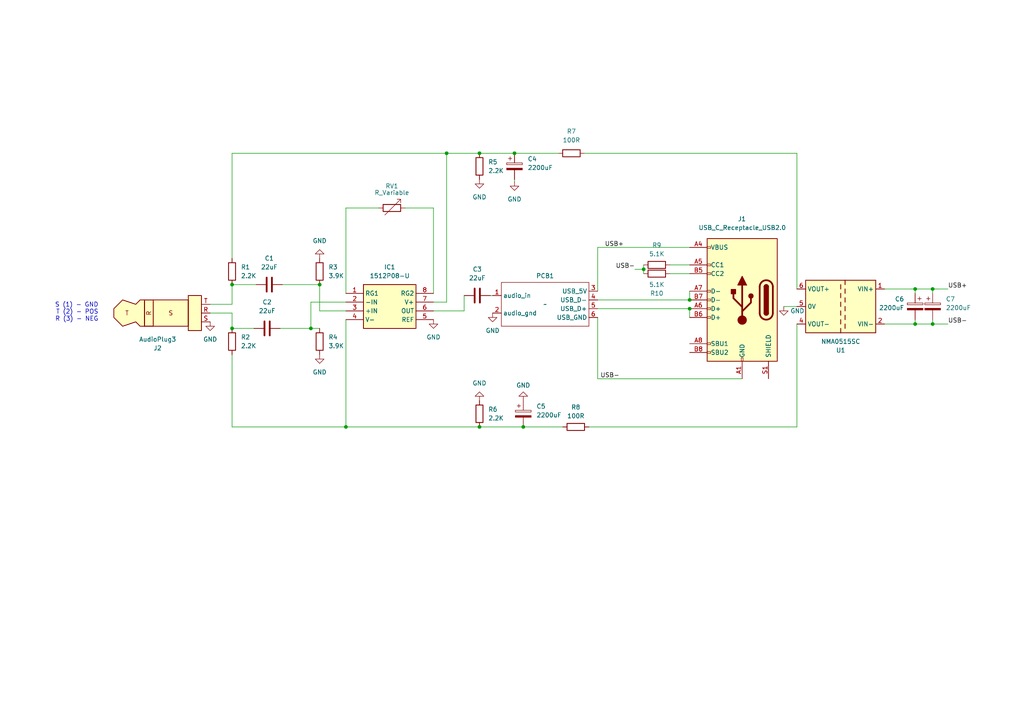
<source format=kicad_sch>
(kicad_sch (version 20230121) (generator eeschema)
  (paper "A4")
  (lib_symbols
    (symbol "Connector:USB_C_Receptacle_USB2.0" (pin_names (offset 1.016))
      (property "Reference" "J" (at -10.16 19.05 0))
      (property "Value" "USB_C_Receptacle_USB2.0" (at 19.05 19.05 0))
      (symbol "USB_C_Receptacle_USB2.0_0_0"
        (rectangle (start -0.254 -17.78) (end 0.254 -16.764))
        (rectangle (start 10.16 -14.986) (end 9.144 -15.494))
        (rectangle (start 10.16 -12.446) (end 9.144 -12.954))
        (rectangle (start 10.16 -4.826) (end 9.144 -5.334))
        (rectangle (start 10.16 -2.286) (end 9.144 -2.794))
        (rectangle (start 10.16 0.254) (end 9.144 -0.254))
        (rectangle (start 10.16 2.794) (end 9.144 2.286))
        (rectangle (start 10.16 7.874) (end 9.144 7.366))
        (rectangle (start 10.16 10.414) (end 9.144 9.906))
        (rectangle (start 10.16 15.494) (end 9.144 14.986))
      )
      (symbol "USB_C_Receptacle_USB2.0_0_1"
        (rectangle (start -10.16 17.78) (end 10.16 -17.78) (stroke (width 0.254)) (fill (type background)))
        (arc (start -8.89 -3.81) (mid -6.985 -5.7067) (end -5.08 -3.81) (stroke (width 0.508)))
        (arc (start -7.62 -3.81) (mid -6.985 -4.4423) (end -6.35 -3.81) (stroke (width 0.254)))
        (arc (start -7.62 -3.81) (mid -6.985 -4.4423) (end -6.35 -3.81) (stroke (width 0.254)) (fill (type outline)))
        (rectangle (start -7.62 -3.81) (end -6.35 3.81) (stroke (width 0.254)) (fill (type outline)))
        (arc (start -6.35 3.81) (mid -6.985 4.4423) (end -7.62 3.81) (stroke (width 0.254)))
        (arc (start -6.35 3.81) (mid -6.985 4.4423) (end -7.62 3.81) (stroke (width 0.254)) (fill (type outline)))
        (arc (start -5.08 3.81) (mid -6.985 5.7067) (end -8.89 3.81) (stroke (width 0.508)))
        (circle (center -2.54 1.143) (radius 0.635) (stroke (width 0.254)) (fill (type outline)))
        (circle (center 0 -5.842) (radius 1.27) (fill (type outline)))
        (polyline (pts (xy -8.89 -3.81) (xy -8.89 3.81)) (stroke (width 0.508)))
        (polyline (pts (xy -5.08 3.81) (xy -5.08 -3.81)) (stroke (width 0.508)))
        (polyline (pts (xy 0 -5.842) (xy 0 4.318)) (stroke (width 0.508)))
        (polyline (pts (xy 0 -3.302) (xy -2.54 -0.762) (xy -2.54 0.508)) (stroke (width 0.508)))
        (polyline (pts (xy 0 -2.032) (xy 2.54 0.508) (xy 2.54 1.778)) (stroke (width 0.508)))
        (polyline (pts (xy -1.27 4.318) (xy 0 6.858) (xy 1.27 4.318) (xy -1.27 4.318)) (stroke (width 0.254)) (fill (type outline)))
        (rectangle (start 1.905 1.778) (end 3.175 3.048) (stroke (width 0.254)) (fill (type outline)))
      )
      (symbol "USB_C_Receptacle_USB2.0_1_1"
        (pin passive line (at 0 -22.86 90) (length 5.08) (name "GND") (number "A1"))
        (pin passive line (at 0 -22.86 90) (length 5.08) hide (name "GND") (number "A12"))
        (pin passive line (at 15.24 15.24 180) (length 5.08) (name "VBUS") (number "A4"))
        (pin bidirectional line (at 15.24 10.16 180) (length 5.08) (name "CC1") (number "A5"))
        (pin bidirectional line (at 15.24 -2.54 180) (length 5.08) (name "D+") (number "A6"))
        (pin bidirectional line (at 15.24 2.54 180) (length 5.08) (name "D-") (number "A7"))
        (pin bidirectional line (at 15.24 -12.7 180) (length 5.08) (name "SBU1") (number "A8"))
        (pin passive line (at 15.24 15.24 180) (length 5.08) hide (name "VBUS") (number "A9"))
        (pin passive line (at 0 -22.86 90) (length 5.08) hide (name "GND") (number "B1"))
        (pin passive line (at 0 -22.86 90) (length 5.08) hide (name "GND") (number "B12"))
        (pin passive line (at 15.24 15.24 180) (length 5.08) hide (name "VBUS") (number "B4"))
        (pin bidirectional line (at 15.24 7.62 180) (length 5.08) (name "CC2") (number "B5"))
        (pin bidirectional line (at 15.24 -5.08 180) (length 5.08) (name "D+") (number "B6"))
        (pin bidirectional line (at 15.24 0 180) (length 5.08) (name "D-") (number "B7"))
        (pin bidirectional line (at 15.24 -15.24 180) (length 5.08) (name "SBU2") (number "B8"))
        (pin passive line (at 15.24 15.24 180) (length 5.08) hide (name "VBUS") (number "B9"))
        (pin passive line (at -7.62 -22.86 90) (length 5.08) (name "SHIELD") (number "S1"))
      )
    )
    (symbol "Connector_Audio:AudioPlug3"
      (property "Reference" "J" (at 1.27 6.35 0))
      (property "Value" "AudioPlug3" (at 1.27 -6.35 0))
      (symbol "AudioPlug3_0_0"
        (text "R" (at -2.54 0 900) (effects (font (size 1.27 1.27))))
      )
      (symbol "AudioPlug3_0_1"
        (rectangle (start -3.81 3.81) (end -1.27 -3.81) (stroke (width 0.254)))
        (rectangle (start -1.27 -1.27) (end -1.27 -1.27))
      )
      (symbol "AudioPlug3_1_0"
        (text "S" (at 3.81 0 0) (effects (font (size 1.27 1.27))))
        (text "T" (at -8.89 0 0) (effects (font (size 1.27 1.27))))
      )
      (symbol "AudioPlug3_1_1"
        (rectangle (start -3.81 3.81) (end 8.89 -3.81) (stroke (width 0.254)) (fill (type background)))
        (polyline (pts (xy -3.81 3.81) (xy -5.08 3.81) (xy -6.35 2.54) (xy -10.16 3.81) (xy -12.7 1.27) (xy -12.7 -1.27) (xy -10.16 -3.81) (xy -6.35 -2.54) (xy -5.08 -3.81) (xy -3.81 -3.81) (xy -3.81 3.81)) (stroke (width 0.254)) (fill (type background)))
        (rectangle (start 12.7 5.08) (end 8.89 -5.08) (stroke (width 0.254)) (fill (type background)))
        (pin passive line (at 15.24 0 180) (length 2.54) (name "~") (number "R"))
        (pin passive line (at 15.24 2.54 180) (length 2.54) (name "~") (number "S"))
        (pin passive line (at 15.24 -2.54 180) (length 2.54) (name "~") (number "T"))
      )
    )
    (symbol "Device:C" (pin_numbers hide) (pin_names (offset 0.254))
      (property "Reference" "C" (at 0.635 2.54 0))
      (property "Value" "C" (at 0.635 -2.54 0))
      (symbol "C_0_1"
        (polyline (pts (xy -2.032 -0.762) (xy 2.032 -0.762)) (stroke (width 0.508)))
        (polyline (pts (xy -2.032 0.762) (xy 2.032 0.762)) (stroke (width 0.508)))
      )
      (symbol "C_1_1"
        (pin passive line (at 0 3.81 270) (length 2.794) (name "~") (number "1"))
        (pin passive line (at 0 -3.81 90) (length 2.794) (name "~") (number "2"))
      )
    )
    (symbol "Device:C_Polarized" (pin_numbers hide) (pin_names (offset 0.254))
      (property "Reference" "C" (at 0.635 2.54 0))
      (property "Value" "C_Polarized" (at 0.635 -2.54 0))
      (symbol "C_Polarized_0_1"
        (rectangle (start -2.286 0.508) (end 2.286 1.016))
        (polyline (pts (xy -1.778 2.286) (xy -0.762 2.286)))
        (polyline (pts (xy -1.27 2.794) (xy -1.27 1.778)))
        (rectangle (start 2.286 -0.508) (end -2.286 -1.016) (fill (type outline)))
      )
      (symbol "C_Polarized_1_1"
        (pin passive line (at 0 3.81 270) (length 2.794) (name "~") (number "1"))
        (pin passive line (at 0 -3.81 90) (length 2.794) (name "~") (number "2"))
      )
    )
    (symbol "Device:R" (pin_numbers hide) (pin_names (offset 0))
      (property "Reference" "R" (at 2.032 0 90))
      (property "Value" "R" (at 0 0 90))
      (symbol "R_0_1"
        (rectangle (start -1.016 -2.54) (end 1.016 2.54) (stroke (width 0.254)))
      )
      (symbol "R_1_1"
        (pin passive line (at 0 3.81 270) (length 1.27) (name "~") (number "1"))
        (pin passive line (at 0 -3.81 90) (length 1.27) (name "~") (number "2"))
      )
    )
    (symbol "Device:R_Variable" (pin_numbers hide) (pin_names (offset 0))
      (property "Reference" "R" (at 2.54 -2.54 90))
      (property "Value" "R_Variable" (at -2.54 -1.27 90))
      (symbol "R_Variable_0_1"
        (rectangle (start -1.016 -2.54) (end 1.016 2.54) (stroke (width 0.254)))
        (polyline (pts (xy 2.54 1.524) (xy 2.54 2.54) (xy 1.524 2.54) (xy 2.54 2.54) (xy -2.032 -2.032)))
      )
      (symbol "R_Variable_1_1"
        (pin passive line (at 0 3.81 270) (length 1.27) (name "~") (number "1"))
        (pin passive line (at 0 -3.81 90) (length 1.27) (name "~") (number "2"))
      )
    )
    (symbol "Project_Library:1512P08-U"
      (property "Reference" "IC" (at 21.59 7.62 0))
      (property "Value" "1512P08-U" (at 21.59 5.08 0))
      (symbol "1512P08-U_1_1"
        (rectangle (start 5.08 2.54) (end 20.32 -10.16) (stroke (width 0.254)) (fill (type background)))
        (pin passive line (at 0 0 0) (length 5.08) (name "RG1") (number "1"))
        (pin passive line (at 0 -2.54 0) (length 5.08) (name "-IN") (number "2"))
        (pin passive line (at 0 -5.08 0) (length 5.08) (name "+IN") (number "3"))
        (pin passive line (at 0 -7.62 0) (length 5.08) (name "V-") (number "4"))
        (pin passive line (at 25.4 -7.62 180) (length 5.08) (name "REF") (number "5"))
        (pin passive line (at 25.4 -5.08 180) (length 5.08) (name "OUT") (number "6"))
        (pin passive line (at 25.4 -2.54 180) (length 5.08) (name "V+") (number "7"))
        (pin passive line (at 25.4 0 180) (length 5.08) (name "RG2") (number "8"))
      )
    )
    (symbol "Project_Library:USB_Audio_Interface"
      (property "Reference" "PCB" (at 0 0 0))
      (symbol "USB_Audio_Interface_0_1"
        (rectangle (start -12.7 6.35) (end 12.7 -6.35))
      )
      (symbol "USB_Audio_Interface_1_1"
        (pin passive line (at -15.24 2.54 0) (length 2.54) (name "audio_in") (number "1"))
        (pin passive line (at -15.24 -2.54 0) (length 2.54) (name "audio_gnd") (number "2"))
        (pin passive line (at 15.24 3.81 180) (length 2.54) (name "USB_5V") (number "3"))
        (pin bidirectional line (at 15.24 1.27 180) (length 2.54) (name "USB_D-") (number "4"))
        (pin bidirectional line (at 15.24 -1.27 180) (length 2.54) (name "USB_D+") (number "5"))
        (pin bidirectional line (at 15.24 -3.81 180) (length 2.54) (name "USB_GND") (number "6"))
      )
    )
    (symbol "Regulator_Switching:NMA0515SC"
      (property "Reference" "U" (at -10.16 8.89 0))
      (property "Value" "NMA0515SC" (at 0 8.89 0))
      (symbol "NMA0515SC_0_1"
        (rectangle (start -10.16 7.62) (end 10.16 -7.62) (stroke (width 0.254)) (fill (type background)))
        (polyline (pts (xy -1.27 -5.08) (xy -1.27 -6.35)) (stroke (width 0.254)))
        (polyline (pts (xy -1.27 -2.54) (xy -1.27 -3.81)) (stroke (width 0.254)))
        (polyline (pts (xy -1.27 0) (xy -1.27 -1.27)) (stroke (width 0.254)))
        (polyline (pts (xy -1.27 2.54) (xy -1.27 1.27)) (stroke (width 0.254)))
        (polyline (pts (xy -1.27 5.08) (xy -1.27 3.81)) (stroke (width 0.254)))
        (polyline (pts (xy -1.27 7.62) (xy -1.27 6.35)) (stroke (width 0.254)))
        (polyline (pts (xy 0 -7.62) (xy 0 -6.35)) (stroke (width 0.254)))
        (polyline (pts (xy 0 -5.08) (xy 0 -3.81)) (stroke (width 0.254)))
        (polyline (pts (xy 0 -1.27) (xy 0 -2.54)) (stroke (width 0.254)))
        (polyline (pts (xy 0 0) (xy 0 1.27)) (stroke (width 0.254)))
        (polyline (pts (xy 0 2.54) (xy 0 3.81)) (stroke (width 0.254)))
        (polyline (pts (xy 0 5.08) (xy 0 6.35)) (stroke (width 0.254)))
      )
      (symbol "NMA0515SC_1_1"
        (pin power_in line (at -12.7 5.08 0) (length 2.54) (name "VIN+") (number "1"))
        (pin power_in line (at -12.7 -5.08 0) (length 2.54) (name "VIN-") (number "2"))
        (pin power_out line (at 12.7 -5.08 180) (length 2.54) (name "VOUT-") (number "4"))
        (pin power_out line (at 12.7 0 180) (length 2.54) (name "0V") (number "5"))
        (pin power_out line (at 12.7 5.08 180) (length 2.54) (name "VOUT+") (number "6"))
      )
    )
    (symbol "power:GND" (power) (pin_names (offset 0))
      (property "Value" "GND" (at 0 -3.81 0))
      (symbol "GND_0_1"
        (polyline (pts (xy 0 0) (xy 0 -1.27) (xy 1.27 -1.27) (xy 0 -2.54) (xy -1.27 -1.27) (xy 0 -1.27)))
      )
      (symbol "GND_1_1"
        (pin power_in line (at 0 0 270) (length 0) hide (name "GND") (number "1"))
      )
    )
  )
  (junction (at 200.025 86.995))
  (junction (at 92.71 82.55))
  (junction (at 139.065 123.825))
  (junction (at 200.025 89.535))
  (junction (at 67.31 82.55))
  (junction (at 265.43 93.98))
  (junction (at 67.31 95.25))
  (junction (at 270.51 93.98))
  (junction (at 139.065 44.45))
  (junction (at 149.225 44.45))
  (junction (at 129.54 44.45))
  (junction (at 270.51 83.82))
  (junction (at 100.33 123.825))
  (junction (at 265.43 83.82))
  (junction (at 90.17 95.25))
  (junction (at 151.765 123.825))
  (junction (at 186.69 78.105))
  (wire (pts (xy 184.15 78.105) (xy 186.69 78.105)))
  (wire (pts (xy 67.31 74.93) (xy 67.31 44.45)))
  (wire (pts (xy 231.14 88.9) (xy 227.33 88.9)))
  (wire (pts (xy 173.355 89.535) (xy 200.025 89.535)))
  (wire (pts (xy 67.31 123.825) (xy 100.33 123.825)))
  (wire (pts (xy 67.31 90.805) (xy 67.31 95.25)))
  (wire (pts (xy 265.43 93.98) (xy 265.43 92.71)))
  (wire (pts (xy 270.51 93.98) (xy 274.955 93.98)))
  (wire (pts (xy 274.955 83.82) (xy 270.51 83.82)))
  (wire (pts (xy 270.51 83.82) (xy 270.51 85.09)))
  (wire (pts (xy 67.31 95.25) (xy 73.66 95.25)))
  (wire (pts (xy 90.17 95.25) (xy 92.71 95.25)))
  (wire (pts (xy 125.73 90.17) (xy 134.62 90.17)))
  (wire (pts (xy 60.96 90.805) (xy 67.31 90.805)))
  (wire (pts (xy 149.225 44.45) (xy 161.925 44.45)))
  (wire (pts (xy 270.51 93.98) (xy 270.51 92.71)))
  (wire (pts (xy 169.545 44.45) (xy 231.14 44.45)))
  (wire (pts (xy 117.475 60.325) (xy 125.73 60.325)))
  (wire (pts (xy 173.355 86.995) (xy 200.025 86.995)))
  (wire (pts (xy 67.31 44.45) (xy 129.54 44.45)))
  (wire (pts (xy 194.31 79.375) (xy 200.025 79.375)))
  (wire (pts (xy 173.355 84.455) (xy 173.355 71.755)))
  (wire (pts (xy 100.33 90.17) (xy 92.71 90.17)))
  (wire (pts (xy 90.17 87.63) (xy 90.17 95.25)))
  (wire (pts (xy 125.73 85.09) (xy 125.73 60.325)))
  (wire (pts (xy 139.065 44.45) (xy 149.225 44.45)))
  (wire (pts (xy 256.54 93.98) (xy 265.43 93.98)))
  (wire (pts (xy 100.33 87.63) (xy 90.17 87.63)))
  (wire (pts (xy 200.025 84.455) (xy 200.025 86.995)))
  (wire (pts (xy 186.69 78.105) (xy 186.69 79.375)))
  (wire (pts (xy 173.355 109.855) (xy 215.265 109.855)))
  (wire (pts (xy 92.71 90.17) (xy 92.71 82.55)))
  (wire (pts (xy 129.54 44.45) (xy 139.065 44.45)))
  (wire (pts (xy 125.73 87.63) (xy 129.54 87.63)))
  (wire (pts (xy 149.225 52.07) (xy 149.225 52.705)))
  (wire (pts (xy 173.355 109.855) (xy 173.355 92.075)))
  (wire (pts (xy 200.025 89.535) (xy 200.025 92.075)))
  (wire (pts (xy 67.31 102.87) (xy 67.31 123.825)))
  (wire (pts (xy 100.33 92.71) (xy 100.33 123.825)))
  (wire (pts (xy 134.62 90.17) (xy 134.62 85.725)))
  (wire (pts (xy 60.96 88.265) (xy 67.31 88.265)))
  (wire (pts (xy 81.915 82.55) (xy 92.71 82.55)))
  (wire (pts (xy 151.765 123.825) (xy 163.195 123.825)))
  (wire (pts (xy 231.14 83.82) (xy 231.14 44.45)))
  (wire (pts (xy 265.43 93.98) (xy 270.51 93.98)))
  (wire (pts (xy 173.355 71.755) (xy 200.025 71.755)))
  (wire (pts (xy 139.065 123.825) (xy 151.765 123.825)))
  (wire (pts (xy 231.14 123.825) (xy 170.815 123.825)))
  (wire (pts (xy 142.24 85.725) (xy 142.875 85.725)))
  (wire (pts (xy 265.43 83.82) (xy 270.51 83.82)))
  (wire (pts (xy 100.33 60.325) (xy 100.33 85.09)))
  (wire (pts (xy 231.14 93.98) (xy 231.14 123.825)))
  (wire (pts (xy 109.855 60.325) (xy 100.33 60.325)))
  (wire (pts (xy 67.31 82.55) (xy 74.295 82.55)))
  (wire (pts (xy 100.33 123.825) (xy 139.065 123.825)))
  (wire (pts (xy 129.54 44.45) (xy 129.54 87.63)))
  (wire (pts (xy 265.43 83.82) (xy 265.43 85.09)))
  (wire (pts (xy 256.54 83.82) (xy 265.43 83.82)))
  (wire (pts (xy 194.31 76.835) (xy 200.025 76.835)))
  (wire (pts (xy 81.28 95.25) (xy 90.17 95.25)))
  (wire (pts (xy 186.69 76.835) (xy 186.69 78.105)))
  (wire (pts (xy 67.31 82.55) (xy 67.31 88.265)))
  (text "S (1) - GND\nT (2) - POS\nR (3) - NEG\n" (at 28.575 93.345 0) (effects (font (size 1.27 1.27)) (justify right bottom)))
  (label "USB-" (at 274.955 93.98 0))
  (label "USB+" (at 274.955 83.82 0))
  (label "USB+" (at 180.975 71.755 180))
  (label "USB-" (at 179.705 109.855 180))
  (label "USB-" (at 184.15 78.105 180))
  (symbol (lib_id "Device:C") (at 138.43 85.725 90) (unit 1)
    (property "Reference" "C3" (at 138.43 78.105 90))
    (property "Value" "22uF" (at 138.43 80.645 90))
    (property "Footprint" "Capacitor_THT:C_Radial_D6.3mm_H11.0mm_P2.50mm" (effects hide))
  )
  (symbol (lib_id "power:GND") (at 92.71 102.87 0) (unit 1)
    (property "Reference" "#PWR03" (effects hide))
    (property "Value" "GND" (at 92.71 107.95 0))
  )
  (symbol (lib_id "power:GND") (at 149.225 52.705 0) (unit 1)
    (property "Reference" "#PWR07" (effects hide))
    (property "Value" "GND" (at 149.225 57.785 0))
  )
  (symbol (lib_id "Device:R") (at 92.71 99.06 0) (unit 1)
    (property "Reference" "R4" (at 95.25 97.79 0) (effects (justify left)))
    (property "Value" "3.9K" (at 95.25 100.33 0) (effects (justify left)))
    (property "Footprint" "Resistor_SMD:R_2010_5025Metric" (effects hide))
  )
  (symbol (lib_id "Device:C_Polarized") (at 149.225 48.26 0) (unit 1)
    (property "Reference" "C4" (at 153.035 46.101 0) (effects (justify left)))
    (property "Value" "2200uF" (at 153.035 48.641 0) (effects (justify left)))
    (property "Footprint" "Capacitor_THT:CP_Radial_D12.5mm_P5.00mm" (effects hide))
  )
  (symbol (lib_id "Connector_Audio:AudioPlug3") (at 45.72 90.805 0) (mirror x) (unit 1)
    (property "Reference" "J2" (at 45.72 100.965 0))
    (property "Value" "AudioPlug3" (at 45.72 98.425 0))
    (property "Footprint" "Connector_Audio:Jack_3.5mm_CUI_SJ-3523-SMT_Horizontal" (effects hide))
  )
  (symbol (lib_id "Device:C_Polarized") (at 151.765 120.015 0) (unit 1)
    (property "Reference" "C5" (at 155.575 117.856 0) (effects (justify left)))
    (property "Value" "2200uF" (at 155.575 120.396 0) (effects (justify left)))
    (property "Footprint" "Capacitor_THT:CP_Radial_D12.5mm_P5.00mm" (effects hide))
  )
  (symbol (lib_id "Device:R_Variable") (at 113.665 60.325 270) (mirror x) (unit 1)
    (property "Reference" "RV1" (at 113.665 53.975 90))
    (property "Value" "R_Variable" (at 113.665 55.88 90))
    (property "Footprint" "Connector_JST:JST_XH_B2B-XH-A_1x02_P2.50mm_Vertical" (effects hide))
  )
  (symbol (lib_id "power:GND") (at 60.96 93.345 0) (unit 1)
    (property "Reference" "#PWR01" (effects hide))
    (property "Value" "GND" (at 60.96 98.425 0))
  )
  (symbol (lib_id "Device:R") (at 67.31 78.74 180) (unit 1)
    (property "Reference" "R1" (at 69.85 77.47 0) (effects (justify right)))
    (property "Value" "2.2K" (at 69.85 80.01 0) (effects (justify right)))
    (property "Footprint" "Resistor_SMD:R_2010_5025Metric" (effects hide))
  )
  (symbol (lib_id "power:GND") (at 151.765 116.205 180) (unit 1)
    (property "Reference" "#PWR09" (effects hide))
    (property "Value" "GND" (at 151.765 111.76 0))
  )
  (symbol (lib_id "Project_Library:1512P08-U") (at 100.33 85.09 0) (unit 1)
    (property "Reference" "IC1" (at 113.03 77.47 0))
    (property "Value" "1512P08-U" (at 113.03 80.01 0))
    (property "Footprint" "Project_Library:DIP781W46P254L952H432Q8N" (effects hide))
    (property "Height" "4.32" (effects hide))
    (property "Mouser Part Number" "887-1512P08-U" (effects hide))
    (property "Mouser Price/Stock" "https://www.mouser.co.uk/ProductDetail/THAT/1512P08-U?qs=9Udfh7QmL4sFBLonIQFgcw%3D%3D" (effects hide))
    (property "Manufacturer_Name" "THAT CORPORATION" (effects hide))
    (property "Manufacturer_Part_Number" "1512P08-U" (effects hide))
  )
  (symbol (lib_id "Device:R") (at 190.5 76.835 90) (unit 1)
    (property "Reference" "R9" (at 190.5 71.12 90))
    (property "Value" "5.1K" (at 190.5 73.66 90))
    (property "Footprint" "Resistor_SMD:R_0805_2012Metric" (effects hide))
  )
  (symbol (lib_id "Device:R") (at 167.005 123.825 90) (unit 1)
    (property "Reference" "R8" (at 167.005 118.11 90))
    (property "Value" "100R" (at 167.005 120.65 90))
    (property "Footprint" "Resistor_SMD:R_2010_5025Metric" (effects hide))
  )
  (symbol (lib_id "power:GND") (at 139.065 52.07 0) (unit 1)
    (property "Reference" "#PWR05" (effects hide))
    (property "Value" "GND" (at 139.065 57.15 0))
  )
  (symbol (lib_id "power:GND") (at 92.71 74.93 180) (unit 1)
    (property "Reference" "#PWR02" (effects hide))
    (property "Value" "GND" (at 92.71 69.85 0))
  )
  (symbol (lib_id "Device:R") (at 139.065 120.015 0) (unit 1)
    (property "Reference" "R6" (at 141.605 118.745 0) (effects (justify left)))
    (property "Value" "2.2K" (at 141.605 121.285 0) (effects (justify left)))
    (property "Footprint" "Resistor_SMD:R_2010_5025Metric" (effects hide))
  )
  (symbol (lib_id "Device:R") (at 67.31 99.06 0) (unit 1)
    (property "Reference" "R2" (at 69.85 97.79 0) (effects (justify left)))
    (property "Value" "2.2K" (at 69.85 100.33 0) (effects (justify left)))
    (property "Footprint" "Resistor_SMD:R_2010_5025Metric" (effects hide))
  )
  (symbol (lib_id "power:GND") (at 125.73 92.71 0) (unit 1)
    (property "Reference" "#PWR04" (effects hide))
    (property "Value" "GND" (at 125.73 97.79 0))
  )
  (symbol (lib_id "Device:R") (at 165.735 44.45 90) (unit 1)
    (property "Reference" "R7" (at 165.735 38.1 90))
    (property "Value" "100R" (at 165.735 40.64 90))
    (property "Footprint" "Resistor_SMD:R_2010_5025Metric" (effects hide))
  )
  (symbol (lib_id "Device:R") (at 92.71 78.74 0) (unit 1)
    (property "Reference" "R3" (at 95.25 77.47 0) (effects (justify left)))
    (property "Value" "3.9K" (at 95.25 80.01 0) (effects (justify left)))
    (property "Footprint" "Resistor_SMD:R_2010_5025Metric" (effects hide))
  )
  (symbol (lib_id "power:GND") (at 227.33 88.9 0) (unit 1)
    (property "Reference" "#PWR010" (effects hide))
    (property "Value" "GND" (at 229.235 90.17 0) (effects (justify left)))
  )
  (symbol (lib_id "Connector:USB_C_Receptacle_USB2.0") (at 215.265 86.995 0) (mirror y) (unit 1)
    (property "Reference" "J1" (at 213.995 63.5 0) (effects (justify right)))
    (property "Value" "USB_C_Receptacle_USB2.0" (at 202.565 66.04 0) (effects (justify right)))
    (property "Footprint" "Project_Library:USB4085-GF-A" (effects hide))
    (property "Datasheet" "https://www.usb.org/sites/default/files/documents/usb_type-c.zip" (effects hide))
  )
  (symbol (lib_id "power:GND") (at 139.065 116.205 180) (unit 1)
    (property "Reference" "#PWR06" (effects hide))
    (property "Value" "GND" (at 139.065 111.125 0))
  )
  (symbol (lib_id "Device:C") (at 78.105 82.55 90) (unit 1)
    (property "Reference" "C1" (at 78.105 74.93 90))
    (property "Value" "22uF" (at 78.105 77.47 90))
    (property "Footprint" "Capacitor_THT:C_Radial_D6.3mm_H11.0mm_P2.50mm" (effects hide))
  )
  (symbol (lib_id "power:GND") (at 142.875 90.805 0) (unit 1)
    (property "Reference" "#PWR08" (effects hide))
    (property "Value" "GND" (at 142.875 95.885 0))
  )
  (symbol (lib_id "Device:C") (at 77.47 95.25 270) (unit 1)
    (property "Reference" "C2" (at 77.47 87.63 90))
    (property "Value" "22uF" (at 77.47 90.17 90))
    (property "Footprint" "Capacitor_THT:C_Radial_D6.3mm_H11.0mm_P2.50mm" (effects hide))
  )
  (symbol (lib_id "Device:R") (at 139.065 48.26 0) (unit 1)
    (property "Reference" "R5" (at 141.605 46.99 0) (effects (justify left)))
    (property "Value" "2.2K" (at 141.605 49.53 0) (effects (justify left)))
    (property "Footprint" "Resistor_SMD:R_2010_5025Metric" (effects hide))
  )
  (symbol (lib_id "Device:R") (at 190.5 79.375 90) (mirror x) (unit 1)
    (property "Reference" "R10" (at 190.5 85.09 90))
    (property "Value" "5.1K" (at 190.5 82.55 90))
    (property "Footprint" "Resistor_SMD:R_0805_2012Metric" (effects hide))
  )
  (symbol (lib_id "Project_Library:USB_Audio_Interface") (at 158.115 88.265 0) (unit 1)
    (property "Reference" "PCB1" (at 158.115 80.01 0))
    (property "Value" "~" (at 158.115 88.265 0))
    (property "Footprint" "Project_Library:USB Audio Interface" (effects hide))
  )
  (symbol (lib_id "Device:C_Polarized") (at 270.51 88.9 0) (unit 1)
    (property "Reference" "C7" (at 274.32 86.741 0) (effects (justify left)))
    (property "Value" "2200uF" (at 274.32 89.281 0) (effects (justify left)))
    (property "Footprint" "Capacitor_THT:CP_Radial_D12.5mm_P5.00mm" (effects hide))
  )
  (symbol (lib_id "Device:C_Polarized") (at 265.43 88.9 0) (mirror y) (unit 1)
    (property "Reference" "C6" (at 262.255 86.741 0) (effects (justify left)))
    (property "Value" "2200uF" (at 262.255 89.281 0) (effects (justify left)))
    (property "Footprint" "Capacitor_THT:CP_Radial_D12.5mm_P5.00mm" (effects hide))
  )
  (symbol (lib_id "Regulator_Switching:NMA0515SC") (at 243.84 88.9 0) (mirror y) (unit 1)
    (property "Reference" "U1" (at 243.84 101.6 0))
    (property "Value" "NMA0515SC" (at 243.84 99.06 0))
    (property "Footprint" "Converter_DCDC:Converter_DCDC_Murata_NMAxxxxSC_THT" (effects hide))
    (property "Datasheet" "http://power.murata.com/data/power/ncl/kdc_nma.pdf" (effects hide))
  )
)
</source>
